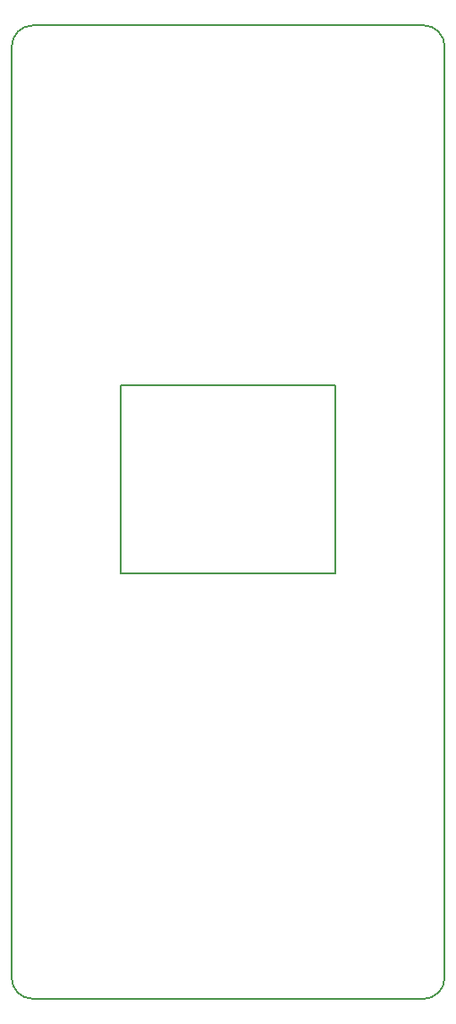
<source format=gbr>
G04 #@! TF.GenerationSoftware,KiCad,Pcbnew,5.0.2-bee76a0~70~ubuntu18.04.1*
G04 #@! TF.CreationDate,2019-05-09T10:07:15+02:00*
G04 #@! TF.ProjectId,smartcard,736d6172-7463-4617-9264-2e6b69636164,rev?*
G04 #@! TF.SameCoordinates,Original*
G04 #@! TF.FileFunction,Profile,NP*
%FSLAX46Y46*%
G04 Gerber Fmt 4.6, Leading zero omitted, Abs format (unit mm)*
G04 Created by KiCad (PCBNEW 5.0.2-bee76a0~70~ubuntu18.04.1) date jeu. 09 mai 2019 10:07:15 CEST*
%MOMM*%
%LPD*%
G01*
G04 APERTURE LIST*
%ADD10C,0.150000*%
G04 APERTURE END LIST*
D10*
X101991017Y-109831027D02*
X101991017Y-92051027D01*
X122311017Y-109831027D02*
X101991017Y-109831027D01*
X122311017Y-92051027D02*
X122311017Y-109831027D01*
X101991017Y-92051027D02*
X122311017Y-92051027D01*
X91651017Y-60011027D02*
G75*
G02X93651017Y-58011027I2000000J0D01*
G01*
X130651017Y-58011027D02*
G75*
G02X132651017Y-60011027I0J-2000000D01*
G01*
X132651017Y-148011027D02*
G75*
G02X130651017Y-150011027I-2000000J0D01*
G01*
X93651017Y-150011027D02*
G75*
G02X91651017Y-148011027I0J2000000D01*
G01*
X132651017Y-60011027D02*
X132651017Y-148011027D01*
X93651017Y-58011027D02*
X130651017Y-58011027D01*
X91651017Y-148011027D02*
X91651017Y-60011027D01*
X130651017Y-150011027D02*
X93651017Y-150011027D01*
M02*

</source>
